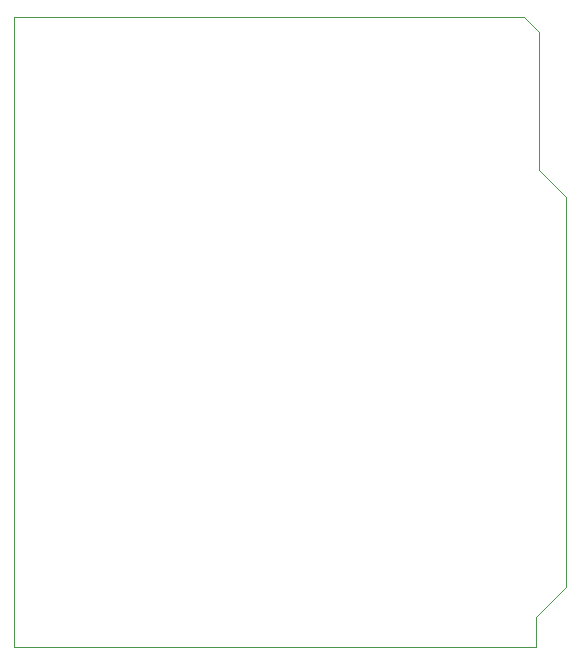
<source format=gbr>
G04 (created by PCBNEW (2013-07-07 BZR 4022)-stable) date 10/12/2014 6:36:13 PM*
%MOIN*%
G04 Gerber Fmt 3.4, Leading zero omitted, Abs format*
%FSLAX34Y34*%
G01*
G70*
G90*
G04 APERTURE LIST*
%ADD10C,0.00590551*%
%ADD11C,0.00393701*%
G04 APERTURE END LIST*
G54D10*
G54D11*
X45000Y-51100D02*
X62400Y-51100D01*
X45000Y-30100D02*
X45000Y-51100D01*
X62000Y-30100D02*
X45000Y-30100D01*
X62500Y-30600D02*
X62000Y-30100D01*
X62500Y-35200D02*
X62500Y-30600D01*
X63400Y-36100D02*
X62500Y-35200D01*
X63400Y-49100D02*
X63400Y-36100D01*
X62400Y-50100D02*
X63400Y-49100D01*
X62400Y-51100D02*
X62400Y-50100D01*
M02*

</source>
